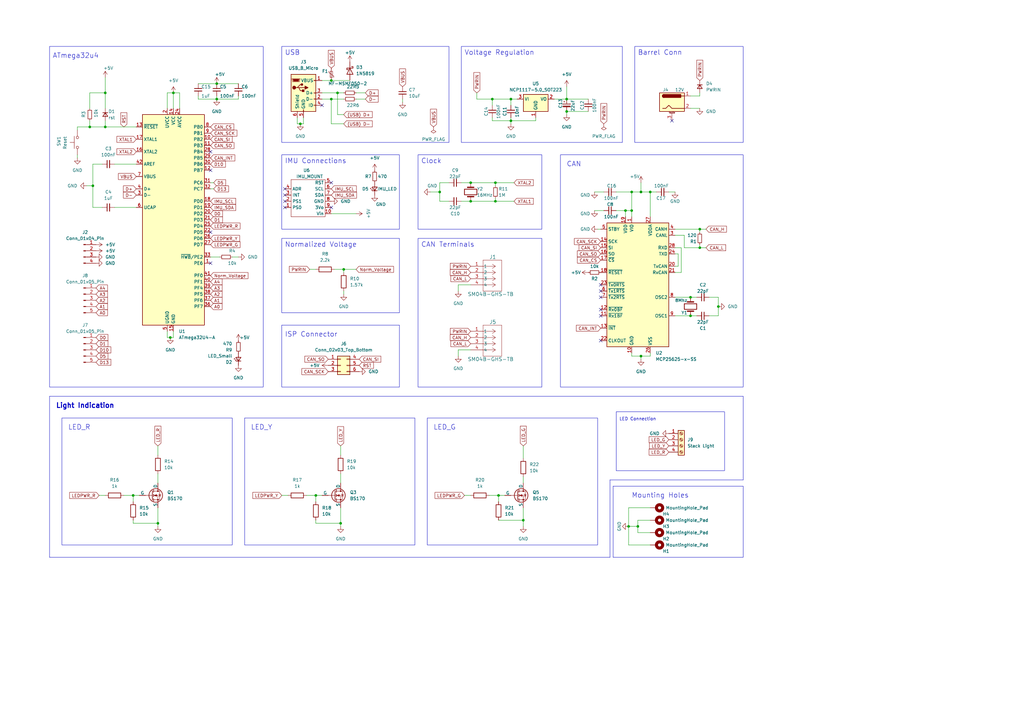
<source format=kicad_sch>
(kicad_sch (version 20231120) (generator "eeschema") (generator_version "8.0")
  (paper "A3")
  (junction (at 209.55 49.53))
  (junction (at 140.97 110.49))
  (junction (at 261.62 215.9))
  (junction (at 201.93 40.64))
  (junction (at 287.02 101.6))
  (junction (at 294.64 125.73))
  (junction (at 256.54 86.36))
  (junction (at 64.77 214.63))
  (junction (at 129.54 203.2))
  (junction (at 138.43 38.1))
  (junction (at 193.04 82.55))
  (junction (at 232.41 45.72))
  (junction (at 209.55 40.64))
  (junction (at 193.04 74.93))
  (junction (at 54.61 203.2))
  (junction (at 43.18 38.1))
  (junction (at 257.81 215.9))
  (junction (at 232.41 40.64))
  (junction (at 203.2 82.55))
  (junction (at 36.83 52.07))
  (junction (at 38.1 76.2))
  (junction (at 204.47 203.2))
  (junction (at 88.9 40.64))
  (junction (at 88.9 34.29))
  (junction (at 69.85 138.43))
  (junction (at 139.7 214.63))
  (junction (at 283.21 121.92))
  (junction (at 203.2 74.93))
  (junction (at 135.89 33.02))
  (junction (at 283.21 129.54))
  (junction (at 287.02 93.98))
  (junction (at 135.89 40.64))
  (junction (at 71.12 38.1))
  (junction (at 259.08 78.74))
  (junction (at 259.08 86.36))
  (junction (at 180.34 78.74))
  (junction (at 43.18 52.07))
  (junction (at 214.63 213.36))
  (junction (at 123.19 50.8))
  (junction (at 262.89 146.05))
  (junction (at 266.7 78.74))
  (junction (at 262.89 78.74))
  (no_connect (at 135.89 85.09))
  (no_connect (at 116.84 82.55))
  (no_connect (at 246.38 116.84))
  (no_connect (at 132.08 43.18))
  (no_connect (at 116.84 77.47))
  (no_connect (at 116.84 85.09))
  (no_connect (at 86.36 95.25))
  (no_connect (at 246.38 129.54))
  (no_connect (at 246.38 127))
  (no_connect (at 275.59 49.53))
  (no_connect (at 86.36 107.95))
  (no_connect (at 246.38 139.7))
  (no_connect (at 86.36 69.85))
  (no_connect (at 86.36 62.23))
  (no_connect (at 135.89 74.93))
  (no_connect (at 246.38 121.92))
  (no_connect (at 246.38 119.38))
  (no_connect (at 116.84 80.01))
  (wire (pts (xy 259.08 78.74) (xy 262.89 78.74)))
  (wire (pts (xy 137.16 110.49) (xy 140.97 110.49)))
  (wire (pts (xy 125.73 203.2) (xy 129.54 203.2)))
  (wire (pts (xy 209.55 49.53) (xy 209.55 50.8)))
  (wire (pts (xy 262.89 146.05) (xy 266.7 146.05)))
  (wire (pts (xy 227.33 40.64) (xy 232.41 40.64)))
  (wire (pts (xy 276.86 101.6) (xy 279.4 101.6)))
  (wire (pts (xy 195.58 38.1) (xy 195.58 40.64)))
  (wire (pts (xy 35.56 76.2) (xy 38.1 76.2)))
  (wire (pts (xy 262.89 147.32) (xy 262.89 146.05)))
  (wire (pts (xy 87.63 77.47) (xy 86.36 77.47)))
  (wire (pts (xy 289.56 93.98) (xy 287.02 93.98)))
  (wire (pts (xy 201.93 40.64) (xy 201.93 43.18)))
  (wire (pts (xy 132.08 33.02) (xy 135.89 33.02)))
  (wire (pts (xy 287.02 101.6) (xy 280.67 101.6)))
  (wire (pts (xy 43.18 31.75) (xy 43.18 38.1)))
  (polyline (pts (xy 250.19 196.85) (xy 250.19 228.6)))
  (wire (pts (xy 209.55 40.64) (xy 209.55 43.18)))
  (wire (pts (xy 71.12 138.43) (xy 69.85 138.43)))
  (wire (pts (xy 279.4 101.6) (xy 279.4 111.76)))
  (wire (pts (xy 132.08 40.64) (xy 135.89 40.64)))
  (wire (pts (xy 176.53 78.74) (xy 180.34 78.74)))
  (wire (pts (xy 73.66 44.45) (xy 73.66 38.1)))
  (wire (pts (xy 31.75 53.34) (xy 31.75 52.07)))
  (wire (pts (xy 50.8 203.2) (xy 54.61 203.2)))
  (wire (pts (xy 139.7 208.28) (xy 139.7 214.63)))
  (wire (pts (xy 261.62 215.9) (xy 257.81 215.9)))
  (wire (pts (xy 294.64 121.92) (xy 290.83 121.92)))
  (wire (pts (xy 187.96 143.51) (xy 193.04 143.51)))
  (wire (pts (xy 180.34 74.93) (xy 184.15 74.93)))
  (polyline (pts (xy 304.8 162.56) (xy 304.8 196.85)))
  (wire (pts (xy 138.43 38.1) (xy 140.97 38.1)))
  (polyline (pts (xy 20.32 162.56) (xy 304.8 162.56)))
  (wire (pts (xy 115.57 203.2) (xy 118.11 203.2)))
  (wire (pts (xy 287.02 39.37) (xy 287.02 38.1)))
  (wire (pts (xy 187.96 119.38) (xy 187.96 116.84)))
  (wire (pts (xy 287.02 95.25) (xy 287.02 93.98)))
  (wire (pts (xy 81.28 40.64) (xy 88.9 40.64)))
  (wire (pts (xy 232.41 40.64) (xy 241.3 40.64)))
  (wire (pts (xy 283.21 39.37) (xy 287.02 39.37)))
  (wire (pts (xy 95.25 105.41) (xy 97.79 105.41)))
  (wire (pts (xy 68.58 138.43) (xy 69.85 138.43)))
  (wire (pts (xy 138.43 38.1) (xy 138.43 46.99)))
  (wire (pts (xy 54.61 203.2) (xy 54.61 205.74)))
  (wire (pts (xy 261.62 213.36) (xy 261.62 215.9)))
  (wire (pts (xy 279.4 111.76) (xy 276.86 111.76)))
  (wire (pts (xy 38.1 85.09) (xy 41.91 85.09)))
  (wire (pts (xy 68.58 44.45) (xy 68.58 38.1)))
  (wire (pts (xy 129.54 203.2) (xy 129.54 205.74)))
  (wire (pts (xy 180.34 78.74) (xy 180.34 82.55)))
  (wire (pts (xy 68.58 38.1) (xy 71.12 38.1)))
  (wire (pts (xy 203.2 81.28) (xy 203.2 82.55)))
  (wire (pts (xy 124.46 48.26) (xy 124.46 50.8)))
  (wire (pts (xy 64.77 214.63) (xy 64.77 215.9)))
  (wire (pts (xy 140.97 119.38) (xy 140.97 120.65)))
  (wire (pts (xy 135.89 87.63) (xy 146.05 87.63)))
  (wire (pts (xy 43.18 38.1) (xy 43.18 44.45)))
  (wire (pts (xy 262.89 74.93) (xy 262.89 78.74)))
  (wire (pts (xy 36.83 38.1) (xy 43.18 38.1)))
  (wire (pts (xy 266.7 88.9) (xy 266.7 78.74)))
  (wire (pts (xy 266.7 146.05) (xy 266.7 144.78)))
  (wire (pts (xy 232.41 45.72) (xy 241.3 45.72)))
  (wire (pts (xy 209.55 40.64) (xy 212.09 40.64)))
  (wire (pts (xy 214.63 195.58) (xy 214.63 198.12)))
  (wire (pts (xy 289.56 101.6) (xy 287.02 101.6)))
  (wire (pts (xy 64.77 208.28) (xy 64.77 214.63)))
  (wire (pts (xy 269.24 78.74) (xy 266.7 78.74)))
  (wire (pts (xy 68.58 135.89) (xy 68.58 138.43)))
  (wire (pts (xy 146.05 38.1) (xy 149.86 38.1)))
  (wire (pts (xy 256.54 86.36) (xy 259.08 86.36)))
  (wire (pts (xy 135.89 33.02) (xy 143.51 33.02)))
  (wire (pts (xy 189.23 74.93) (xy 193.04 74.93)))
  (wire (pts (xy 71.12 38.1) (xy 71.12 44.45)))
  (wire (pts (xy 139.7 194.31) (xy 139.7 198.12)))
  (wire (pts (xy 146.05 40.64) (xy 149.86 40.64)))
  (wire (pts (xy 195.58 40.64) (xy 201.93 40.64)))
  (wire (pts (xy 256.54 86.36) (xy 256.54 88.9)))
  (wire (pts (xy 132.08 38.1) (xy 138.43 38.1)))
  (wire (pts (xy 276.86 104.14) (xy 278.13 104.14)))
  (polyline (pts (xy 304.8 196.85) (xy 250.19 196.85)))
  (wire (pts (xy 259.08 146.05) (xy 262.89 146.05)))
  (wire (pts (xy 88.9 39.37) (xy 88.9 40.64)))
  (wire (pts (xy 165.1 41.91) (xy 165.1 40.64)))
  (wire (pts (xy 280.67 96.52) (xy 276.86 96.52)))
  (wire (pts (xy 71.12 135.89) (xy 71.12 138.43)))
  (wire (pts (xy 283.21 44.45) (xy 287.02 44.45)))
  (wire (pts (xy 87.63 74.93) (xy 86.36 74.93)))
  (wire (pts (xy 201.93 48.26) (xy 201.93 49.53)))
  (wire (pts (xy 219.71 49.53) (xy 209.55 49.53)))
  (wire (pts (xy 88.9 40.64) (xy 97.79 40.64)))
  (wire (pts (xy 135.89 40.64) (xy 135.89 50.8)))
  (wire (pts (xy 81.28 40.64) (xy 81.28 39.37)))
  (wire (pts (xy 266.7 223.52) (xy 257.81 223.52)))
  (wire (pts (xy 129.54 213.36) (xy 129.54 214.63)))
  (wire (pts (xy 189.23 82.55) (xy 193.04 82.55)))
  (wire (pts (xy 43.18 52.07) (xy 55.88 52.07)))
  (wire (pts (xy 252.73 86.36) (xy 256.54 86.36)))
  (wire (pts (xy 190.5 203.2) (xy 193.04 203.2)))
  (wire (pts (xy 140.97 110.49) (xy 146.05 110.49)))
  (wire (pts (xy 204.47 213.36) (xy 214.63 213.36)))
  (wire (pts (xy 287.02 93.98) (xy 276.86 93.98)))
  (wire (pts (xy 204.47 203.2) (xy 204.47 205.74)))
  (wire (pts (xy 129.54 214.63) (xy 139.7 214.63)))
  (wire (pts (xy 41.91 67.31) (xy 38.1 67.31)))
  (wire (pts (xy 232.41 45.72) (xy 232.41 46.99)))
  (wire (pts (xy 139.7 214.63) (xy 139.7 215.9)))
  (wire (pts (xy 201.93 49.53) (xy 209.55 49.53)))
  (wire (pts (xy 121.92 50.8) (xy 123.19 50.8)))
  (wire (pts (xy 193.04 82.55) (xy 203.2 82.55)))
  (wire (pts (xy 276.86 78.74) (xy 274.32 78.74)))
  (wire (pts (xy 232.41 35.56) (xy 232.41 40.64)))
  (wire (pts (xy 86.36 105.41) (xy 90.17 105.41)))
  (wire (pts (xy 278.13 109.22) (xy 276.86 109.22)))
  (wire (pts (xy 46.99 85.09) (xy 55.88 85.09)))
  (wire (pts (xy 266.7 218.44) (xy 261.62 218.44)))
  (wire (pts (xy 201.93 40.64) (xy 209.55 40.64)))
  (wire (pts (xy 287.02 100.33) (xy 287.02 101.6)))
  (wire (pts (xy 123.19 50.8) (xy 124.46 50.8)))
  (wire (pts (xy 38.1 67.31) (xy 38.1 76.2)))
  (polyline (pts (xy 20.32 228.6) (xy 20.32 162.56)))
  (wire (pts (xy 54.61 214.63) (xy 64.77 214.63)))
  (wire (pts (xy 73.66 38.1) (xy 71.12 38.1)))
  (wire (pts (xy 36.83 49.53) (xy 36.83 52.07)))
  (wire (pts (xy 138.43 46.99) (xy 140.97 46.99)))
  (wire (pts (xy 38.1 76.2) (xy 38.1 85.09)))
  (wire (pts (xy 294.64 129.54) (xy 290.83 129.54)))
  (wire (pts (xy 55.88 67.31) (xy 46.99 67.31)))
  (wire (pts (xy 193.04 74.93) (xy 203.2 74.93)))
  (wire (pts (xy 36.83 44.45) (xy 36.83 38.1)))
  (wire (pts (xy 204.47 203.2) (xy 207.01 203.2)))
  (wire (pts (xy 121.92 48.26) (xy 121.92 50.8)))
  (wire (pts (xy 54.61 213.36) (xy 54.61 214.63)))
  (wire (pts (xy 245.11 93.98) (xy 246.38 93.98)))
  (wire (pts (xy 219.71 48.26) (xy 219.71 49.53)))
  (wire (pts (xy 187.96 146.05) (xy 187.96 143.51)))
  (wire (pts (xy 257.81 208.28) (xy 266.7 208.28)))
  (wire (pts (xy 266.7 213.36) (xy 261.62 213.36)))
  (wire (pts (xy 36.83 52.07) (xy 43.18 52.07)))
  (wire (pts (xy 243.84 86.36) (xy 247.65 86.36)))
  (wire (pts (xy 294.64 121.92) (xy 294.64 125.73)))
  (wire (pts (xy 276.86 121.92) (xy 283.21 121.92)))
  (wire (pts (xy 214.63 213.36) (xy 214.63 215.9)))
  (wire (pts (xy 261.62 218.44) (xy 261.62 215.9)))
  (wire (pts (xy 214.63 182.88) (xy 214.63 187.96)))
  (wire (pts (xy 81.28 34.29) (xy 88.9 34.29)))
  (wire (pts (xy 266.7 78.74) (xy 262.89 78.74)))
  (wire (pts (xy 135.89 40.64) (xy 140.97 40.64)))
  (wire (pts (xy 203.2 82.55) (xy 210.82 82.55)))
  (wire (pts (xy 135.89 50.8) (xy 140.97 50.8)))
  (wire (pts (xy 283.21 121.92) (xy 285.75 121.92)))
  (wire (pts (xy 31.75 52.07) (xy 36.83 52.07)))
  (polyline (pts (xy 250.19 228.6) (xy 20.32 228.6)))
  (wire (pts (xy 203.2 74.93) (xy 203.2 76.2)))
  (wire (pts (xy 278.13 104.14) (xy 278.13 109.22)))
  (wire (pts (xy 64.77 182.88) (xy 64.77 186.69)))
  (wire (pts (xy 88.9 34.29) (xy 97.79 34.29)))
  (wire (pts (xy 64.77 194.31) (xy 64.77 198.12)))
  (wire (pts (xy 40.64 203.2) (xy 43.18 203.2)))
  (wire (pts (xy 54.61 203.2) (xy 57.15 203.2)))
  (wire (pts (xy 259.08 86.36) (xy 259.08 88.9)))
  (wire (pts (xy 139.7 182.88) (xy 139.7 186.69)))
  (wire (pts (xy 252.73 78.74) (xy 259.08 78.74)))
  (wire (pts (xy 283.21 129.54) (xy 285.75 129.54)))
  (wire (pts (xy 129.54 203.2) (xy 132.08 203.2)))
  (wire (pts (xy 259.08 78.74) (xy 259.08 86.36)))
  (wire (pts (xy 276.86 129.54) (xy 283.21 129.54)))
  (wire (pts (xy 203.2 74.93) (xy 210.82 74.93)))
  (wire (pts (xy 180.34 82.55) (xy 184.15 82.55)))
  (wire (pts (xy 97.79 40.64) (xy 97.79 39.37)))
  (wire (pts (xy 140.97 111.76) (xy 140.97 110.49)))
  (wire (pts (xy 127 110.49) (xy 129.54 110.49)))
  (wire (pts (xy 43.18 49.53) (xy 43.18 52.07)))
  (wire (pts (xy 257.81 215.9) (xy 257.81 208.28)))
  (wire (pts (xy 243.84 78.74) (xy 247.65 78.74)))
  (wire (pts (xy 200.66 203.2) (xy 204.47 203.2)))
  (wire (pts (xy 259.08 144.78) (xy 259.08 146.05)))
  (wire (pts (xy 31.75 63.5) (xy 31.75 64.77)))
  (wire (pts (xy 214.63 208.28) (xy 214.63 213.36)))
  (wire (pts (xy 257.81 223.52) (xy 257.81 215.9)))
  (wire (pts (xy 280.67 101.6) (xy 280.67 96.52)))
  (wire (pts (xy 180.34 78.74) (xy 180.34 74.93)))
  (wire (pts (xy 294.64 129.54) (xy 294.64 125.73)))
  (wire (pts (xy 209.55 48.26) (xy 209.55 49.53)))
  (wire (pts (xy 187.96 116.84) (xy 193.04 116.84)))
  (rectangle (start 171.45 97.79) (end 222.25 158.75))
  (rectangle (start 260.35 19.05) (end 304.8 58.42))
  (rectangle (start 171.45 63.5) (end 222.25 93.98))
  (rectangle (start 115.57 133.35) (end 163.83 158.75))
  (rectangle (start 20.32 19.05) (end 107.95 158.75))
  (rectangle (start 100.33 171.45) (end 170.18 223.52))
  (rectangle (start 175.26 171.45) (end 245.11 223.52))
  (rectangle (start 251.46 199.39) (end 304.8 228.6))
  (rectangle (start 229.87 63.5) (end 304.8 158.75))
  (rectangle (start 115.57 19.05) (end 184.15 58.42))
  (rectangle (start 115.57 97.79) (end 163.83 128.27))
  (rectangle (start 25.4 171.45) (end 95.25 223.52))
  (rectangle (start 115.57 63.5) (end 163.83 93.98))
  (rectangle (start 252.73 168.91) (end 297.18 193.04))
  (rectangle (start 189.23 19.05) (end 255.27 58.42))
  (text "Mounting Holes" (at 259.08 204.47 0) (effects (font (size 2 2)) (justify left bottom)))
  (text "Voltage Regulation" (at 190.5 22.86 0) (effects (font (size 2 2)) (justify left bottom)))
  (text "CAN" (at 232.41 68.58 0) (effects (font (size 2 2)) (justify left bottom)))
  (text "CAN Terminals" (at 172.72 101.6 0) (effects (font (size 2 2)) (justify left bottom)))
  (text "USB\n" (at 116.84 22.86 0) (effects (font (size 2 2)) (justify left bottom)))
  (text "Light Indication" (at 22.86 167.64 0) (effects (font (size 2 2) (thickness 0.4) (bold yes)) (justify left bottom)))
  (text "Barrel Conn\n" (at 261.62 22.86 0) (effects (font (size 2 2)) (justify left bottom)))
  (text "LED_R" (at 27.94 176.53 0) (effects (font (size 2 2)) (justify left bottom)))
  (text "Normalized Voltage" (at 116.84 101.6 0) (effects (font (size 2 2)) (justify left bottom)))
  (text "ISP Connector\n" (at 116.84 138.43 0) (effects (font (size 2 2)) (justify left bottom)))
  (text "IMU Connections\n" (at 116.84 67.31 0) (effects (font (size 2 2)) (justify left bottom)))
  (text "Clock\n" (at 172.72 67.31 0) (effects (font (size 2 2)) (justify left bottom)))
  (text "LED Connection" (at 254 172.72 0) (effects (font (size 1.27 1.27)) (justify left bottom)))
  (text "LED_G" (at 177.8 176.53 0) (effects (font (size 2 2)) (justify left bottom)))
  (text "LED_Y" (at 102.87 176.53 0) (effects (font (size 2 2)) (justify left bottom)))
  (text "ATmega32u4\n" (at 21.59 24.13 0) (effects (font (size 2 2)) (justify left bottom)))
  (global_label "D+" (shape input) (at 55.88 77.47 180) (property "Intersheetrefs" "${INTERSHEET_REFS}" (at 50.0524 77.47 0) (effects (justify right))))
  (global_label "A1" (shape input) (at 86.36 123.19 0) (property "Intersheetrefs" "${INTERSHEET_REFS}" (at 91.6433 123.19 0) (effects (justify left))))
  (global_label "PWRIN" (shape input) (at 193.04 109.22 180) (property "Intersheetrefs" "${INTERSHEET_REFS}" (at 184.1281 109.22 0) (effects (justify right))))
  (global_label "CAN_SO" (shape input) (at 246.38 104.14 180) (property "Intersheetrefs" "${INTERSHEET_REFS}" (at 236.1981 104.14 0) (effects (justify right))))
  (global_label "LED_Y" (shape input) (at 139.7 182.88 90) (property "Intersheetrefs" "${INTERSHEET_REFS}" (at 139.7 174.3915 90) (effects (justify left))))
  (global_label "LED_G" (shape input) (at 274.32 180.34 180) (property "Intersheetrefs" "${INTERSHEET_REFS}" (at 265.6501 180.34 0) (effects (justify right))))
  (global_label "CAN_SI" (shape input) (at 86.36 57.15 0) (property "Intersheetrefs" "${INTERSHEET_REFS}" (at 95.8162 57.15 0) (effects (justify left))))
  (global_label "CAN_CS" (shape input) (at 86.36 52.07 0) (property "Intersheetrefs" "${INTERSHEET_REFS}" (at 96.4814 52.07 0) (effects (justify left))))
  (global_label "A2" (shape input) (at 86.36 120.65 0) (property "Intersheetrefs" "${INTERSHEET_REFS}" (at 91.6433 120.65 0) (effects (justify left))))
  (global_label "LED_G" (shape input) (at 214.63 182.88 90) (property "Intersheetrefs" "${INTERSHEET_REFS}" (at 214.63 174.2101 90) (effects (justify left))))
  (global_label "IMU_SCL" (shape input) (at 135.89 77.47 0) (property "Intersheetrefs" "${INTERSHEET_REFS}" (at 146.7371 77.47 0) (effects (justify left))))
  (global_label "CAN_SO" (shape input) (at 86.36 59.69 0) (property "Intersheetrefs" "${INTERSHEET_REFS}" (at 96.5419 59.69 0) (effects (justify left))))
  (global_label "D10" (shape input) (at 39.37 143.51 0) (property "Intersheetrefs" "${INTERSHEET_REFS}" (at 46.0442 143.51 0) (effects (justify left))))
  (global_label "(USB) D+" (shape input) (at 140.97 46.99 0) (property "Intersheetrefs" "${INTERSHEET_REFS}" (at 153.2686 46.99 0) (effects (justify left))))
  (global_label "A1" (shape input) (at 39.37 125.73 0) (property "Intersheetrefs" "${INTERSHEET_REFS}" (at 44.6533 125.73 0) (effects (justify left))))
  (global_label "IMU_SDA" (shape input) (at 86.36 85.09 0) (property "Intersheetrefs" "${INTERSHEET_REFS}" (at 97.2676 85.09 0) (effects (justify left))))
  (global_label "CAN_INT" (shape input) (at 86.36 64.77 0) (property "Intersheetrefs" "${INTERSHEET_REFS}" (at 96.9048 64.77 0) (effects (justify left))))
  (global_label "A0" (shape input) (at 86.36 125.73 0) (property "Intersheetrefs" "${INTERSHEET_REFS}" (at 91.6433 125.73 0) (effects (justify left))))
  (global_label "LEDPWR_G" (shape input) (at 86.36 100.33 0) (property "Intersheetrefs" "${INTERSHEET_REFS}" (at 99.0213 100.33 0) (effects (justify left))))
  (global_label "LED_R" (shape input) (at 64.77 182.88 90) (property "Intersheetrefs" "${INTERSHEET_REFS}" (at 64.77 174.2101 90) (effects (justify left))))
  (global_label "LEDPWR_Y" (shape input) (at 115.57 203.2 180) (property "Intersheetrefs" "${INTERSHEET_REFS}" (at 103.0901 203.2 0) (effects (justify right))))
  (global_label "D0" (shape input) (at 86.36 87.63 0) (property "Intersheetrefs" "${INTERSHEET_REFS}" (at 91.8247 87.63 0) (effects (justify left))))
  (global_label "VBUS" (shape input) (at 165.1 35.56 90) (property "Intersheetrefs" "${INTERSHEET_REFS}" (at 165.1 27.6762 90) (effects (justify left))))
  (global_label "D13" (shape input) (at 39.37 148.59 0) (property "Intersheetrefs" "${INTERSHEET_REFS}" (at 46.0442 148.59 0) (effects (justify left))))
  (global_label "D1" (shape input) (at 39.37 140.97 0) (property "Intersheetrefs" "${INTERSHEET_REFS}" (at 44.8347 140.97 0) (effects (justify left))))
  (global_label "CAN_SCK" (shape input) (at 246.38 99.06 180) (property "Intersheetrefs" "${INTERSHEET_REFS}" (at 234.9886 99.06 0) (effects (justify right))))
  (global_label "D10" (shape input) (at 86.36 67.31 0) (property "Intersheetrefs" "${INTERSHEET_REFS}" (at 93.0342 67.31 0) (effects (justify left))))
  (global_label "D5" (shape input) (at 87.63 74.93 0) (property "Intersheetrefs" "${INTERSHEET_REFS}" (at 93.0947 74.93 0) (effects (justify left))))
  (global_label "IMU_SCL" (shape input) (at 86.36 82.55 0) (property "Intersheetrefs" "${INTERSHEET_REFS}" (at 97.2071 82.55 0) (effects (justify left))))
  (global_label "D13" (shape input) (at 87.63 77.47 0) (property "Intersheetrefs" "${INTERSHEET_REFS}" (at 94.3042 77.47 0) (effects (justify left))))
  (global_label "A3" (shape input) (at 86.36 118.11 0) (property "Intersheetrefs" "${INTERSHEET_REFS}" (at 91.6433 118.11 0) (effects (justify left))))
  (global_label "D-" (shape input) (at 55.88 80.01 180) (property "Intersheetrefs" "${INTERSHEET_REFS}" (at 50.0524 80.01 0) (effects (justify right))))
  (global_label "CAN_SCK" (shape input) (at 134.62 152.4 180) (property "Intersheetrefs" "${INTERSHEET_REFS}" (at 123.2286 152.4 0) (effects (justify right))))
  (global_label "Norm_Voltage" (shape input) (at 146.05 110.49 0) (property "Intersheetrefs" "${INTERSHEET_REFS}" (at 161.9769 110.49 0) (effects (justify left))))
  (global_label "XTAL2" (shape input) (at 210.82 74.93 0) (property "Intersheetrefs" "${INTERSHEET_REFS}" (at 219.3085 74.93 0) (effects (justify left))))
  (global_label "VBUS" (shape input) (at 177.8 52.07 90) (property "Intersheetrefs" "${INTERSHEET_REFS}" (at 177.8 44.1862 90) (effects (justify left))))
  (global_label "PWRIN" (shape input) (at 193.04 135.89 180) (property "Intersheetrefs" "${INTERSHEET_REFS}" (at 184.1281 135.89 0) (effects (justify right))))
  (global_label "XTAL1" (shape input) (at 55.88 57.15 180) (property "Intersheetrefs" "${INTERSHEET_REFS}" (at 47.3915 57.15 0) (effects (justify right))))
  (global_label "RST" (shape input) (at 50.8 52.07 90) (property "Intersheetrefs" "${INTERSHEET_REFS}" (at 50.8 45.6377 90) (effects (justify left))))
  (global_label "PWRIN" (shape input) (at 287.02 33.02 90) (property "Intersheetrefs" "${INTERSHEET_REFS}" (at 287.02 24.1081 90) (effects (justify left))))
  (global_label "CAN_INT" (shape input) (at 246.38 134.62 180) (property "Intersheetrefs" "${INTERSHEET_REFS}" (at 235.8352 134.62 0) (effects (justify right))))
  (global_label "A0" (shape input) (at 39.37 128.27 0) (property "Intersheetrefs" "${INTERSHEET_REFS}" (at 44.6533 128.27 0) (effects (justify left))))
  (global_label "A3" (shape input) (at 39.37 120.65 0) (property "Intersheetrefs" "${INTERSHEET_REFS}" (at 44.6533 120.65 0) (effects (justify left))))
  (global_label "LEDPWR_Y" (shape input) (at 86.36 97.79 0) (property "Intersheetrefs" "${INTERSHEET_REFS}" (at 98.8399 97.79 0) (effects (justify left))))
  (global_label "LEDPWR_R" (shape input) (at 86.36 92.71 0) (property "Intersheetrefs" "${INTERSHEET_REFS}" (at 99.0213 92.71 0) (effects (justify left))))
  (global_label "CAN_SO" (shape input) (at 134.62 147.32 180) (property "Intersheetrefs" "${INTERSHEET_REFS}" (at 124.4381 147.32 0) (effects (justify right))))
  (global_label "LED_Y" (shape input) (at 274.32 182.88 180) (property "Intersheetrefs" "${INTERSHEET_REFS}" (at 265.8315 182.88 0) (effects (justify right))))
  (global_label "CAN_H" (shape input) (at 193.04 111.76 180) (property "Intersheetrefs" "${INTERSHEET_REFS}" (at 184.0676 111.76 0) (effects (justify right))))
  (global_label "D+" (shape input) (at 149.86 38.1 0) (property "Intersheetrefs" "${INTERSHEET_REFS}" (at 155.6876 38.1 0) (effects (justify left))))
  (global_label "CAN_L" (shape input) (at 289.56 101.6 0) (property "Intersheetrefs" "${INTERSHEET_REFS}" (at 298.23 101.6 0) (effects (justify left))))
  (global_label "CAN_SI" (shape input) (at 246.38 101.6 180) (property "Intersheetrefs" "${INTERSHEET_REFS}" (at 236.9238 101.6 0) (effects (justify right))))
  (global_label "A4" (shape input) (at 86.36 115.57 0) (property "Intersheetrefs" "${INTERSHEET_REFS}" (at 91.6433 115.57 0) (effects (justify left))))
  (global_label "PWRIN" (shape input) (at 195.58 38.1 90) (property "Intersheetrefs" "${INTERSHEET_REFS}" (at 195.58 29.1881 90) (effects (justify left))))
  (global_label "LED_R" (shape input) (at 274.32 185.42 180) (property "Intersheetrefs" "${INTERSHEET_REFS}" (at 265.6501 185.42 0) (effects (justify right))))
  (global_label "A4" (shape input) (at 39.37 118.11 0) (property "Intersheetrefs" "${INTERSHEET_REFS}" (at 44.6533 118.11 0) (effects (justify left))))
  (global_label "XTAL2" (shape input) (at 55.88 62.23 180) (property "Intersheetrefs" "${INTERSHEET_REFS}" (at 47.3915 62.23 0) (effects (justify right))))
  (global_label "Norm_Voltage" (shape input) (at 86.36 113.03 0) (property "Intersheetrefs" "${INTERSHEET_REFS}" (at 102.2869 113.03 0) (effects (justify left))))
  (global_label "A2" (shape input) (at 39.37 123.19 0) (property "Intersheetrefs" "${INTERSHEET_REFS}" (at 44.6533 123.19 0) (effects (justify left))))
  (global_label "CAN_L" (shape input) (at 193.04 114.3 180) (property "Intersheetrefs" "${INTERSHEET_REFS}" (at 184.37 114.3 0) (effects (justify right))))
  (global_label "D5" (shape input) (at 39.37 146.05 0) (property "Intersheetrefs" "${INTERSHEET_REFS}" (at 44.8347 146.05 0) (effects (justify left))))
  (global_label "XTAL1" (shape input) (at 210.82 82.55 0) (property "Intersheetrefs" "${INTERSHEET_REFS}" (at 219.3085 82.55 0) (effects (justify left))))
  (global_label "PWRIN" (shape input) (at 127 110.49 180) (property "Intersheetrefs" "${INTERSHEET_REFS}" (at 118.0881 110.49 0) (effects (justify right))))
  (global_label "IMU_SDA" (shape input) (at 135.89 80.01 0) (property "Intersheetrefs" "${INTERSHEET_REFS}" (at 146.7976 80.01 0) (effects (justify left))))
  (global_label "LEDPWR_G" (shape input) (at 190.5 203.2 180) (property "Intersheetrefs" "${INTERSHEET_REFS}" (at 177.8387 203.2 0) (effects (justify right))))
  (global_label "RST" (shape input) (at 147.32 149.86 0) (property "Intersheetrefs" "${INTERSHEET_REFS}" (at 153.7523 149.86 0) (effects (justify left))))
  (global_label "CAN_SI" (shape input) (at 147.32 147.32 0) (property "Intersheetrefs" "${INTERSHEET_REFS}" (at 156.7762 147.32 0) (effects (justify left))))
  (global_label "CAN_SCK" (shape input) (at 86.36 54.61 0) (property "Intersheetrefs" "${INTERSHEET_REFS}" (at 97.7514 54.61 0) (effects (justify left))))
  (global_label "(USB) D-" (shape input) (at 140.97 50.8 0) (property "Intersheetrefs" "${INTERSHEET_REFS}" (at 153.2686 50.8 0) (effects (justify left))))
  (global_label "VBUS" (shape input) (at 55.88 72.39 180) (property "Intersheetrefs" "${INTERSHEET_REFS}" (at 47.9962 72.39 0) (effects (justify right))))
  (global_label "CAN_L" (shape input) (at 193.04 140.97 180) (property "Intersheetrefs" "${INTERSHEET_REFS}" (at 184.37 140.97 0) (effects (justify right))))
  (global_label "VBUS" (shape input) (at 135.89 27.94 90) (property "Intersheetrefs" "${INTERSHEET_REFS}" (at 135.89 20.0562 90) (effects (justify left))))
  (global_label "CAN_H" (shape input) (at 289.56 93.98 0) (property "Intersheetrefs" "${INTERSHEET_REFS}" (at 298.5324 93.98 0) (effects (justify left))))
  (global_label "LEDPWR_R" (shape input) (at 40.64 203.2 180) (property "Intersheetrefs" "${INTERSHEET_REFS}" (at 27.9787 203.2 0) (effects (justify right))))
  (global_label "CAN_CS" (shape input) (at 246.38 106.68 180) (property "Intersheetrefs" "${INTERSHEET_REFS}" (at 236.2586 106.68 0) (effects (justify right))))
  (global_label "D-" (shape input) (at 149.86 40.64 0) (property "Intersheetrefs" "${INTERSHEET_REFS}" (at 155.6876 40.64 0) (effects (justify left))))
  (global_label "D1" (shape input) (at 86.36 90.17 0) (property "Intersheetrefs" "${INTERSHEET_REFS}" (at 91.8247 90.17 0) (effects (justify left))))
  (global_label "D0" (shape input) (at 39.37 138.43 0) (property "Intersheetrefs" "${INTERSHEET_REFS}" (at 44.8347 138.43 0) (effects (justify left))))
  (global_label "CAN_H" (shape input) (at 193.04 138.43 180) (property "Intersheetrefs" "${INTERSHEET_REFS}" (at 184.0676 138.43 0) (effects (justify right))))
  (global_label "PWRIN" (shape input) (at 247.65 50.8 90) (property "Intersheetrefs" "${INTERSHEET_REFS}" (at 247.65 41.8881 90) (effects (justify left))))
  (symbol (lib_id "power:GND") (at 35.56 76.2 270) (unit 1)
    (property "Reference" "#PWR010" (effects (hide yes)))
    (property "Value" "GND" (at 31.75 76.2 90) (effects (justify right)))
  )
  (symbol (lib_id "Connector:Conn_01x05_Pin") (at 34.29 123.19 0) (unit 1)
    (property "Reference" "J8" (at 34.925 113.03 0))
    (property "Value" "Conn_01x05_Pin" (at 34.925 115.57 0))
    (property "Footprint" "Connector_PinHeader_2.54mm:PinHeader_1x05_P2.54mm_Vertical" (effects (hide yes)))
  )
  (symbol (lib_id "Device:C_Small") (at 81.28 36.83 0) (unit 1)
    (property "Reference" "C15" (at 82.55 35.56 0) (effects (justify left)))
    (property "Value" "1uF" (at 82.55 39.37 0) (effects (justify left)))
    (property "Footprint" "Capacitor_SMD:C_0805_2012Metric_Pad1.18x1.45mm_HandSolder" (effects (hide yes)))
  )
  (symbol (lib_id "Mechanical:MountingHole_Pad") (at 269.24 208.28 270) (unit 1)
    (property "Reference" "H4" (at 271.78 210.82 90) (effects (justify left)))
    (property "Value" "MountingHole_Pad" (at 273.05 208.28 90) (effects (justify left)))
    (property "Footprint" "MountingHole:MountingHole_3.2mm_M3_DIN965_Pad" (effects (hide yes)))
  )
  (symbol (lib_id "power:+5V") (at 43.18 31.75 0) (unit 1)
    (property "Reference" "#PWR012" (effects (hide yes)))
    (property "Value" "+5V" (at 44.45 27.94 0))
  )
  (symbol (lib_id "Device:C_Small") (at 209.55 45.72 180) (unit 1)
    (property "Reference" "C11" (at 207.01 45.72 90))
    (property "Value" "10nF" (at 212.09 45.72 90))
    (property "Footprint" "Capacitor_SMD:C_0805_2012Metric_Pad1.18x1.45mm_HandSolder" (effects (hide yes)))
  )
  (symbol (lib_id "Device:R") (at 214.63 191.77 0) (unit 1)
    (property "Reference" "R22" (at 217.17 190.5 0) (effects (justify left)))
    (property "Value" "10k" (at 217.17 193.04 0) (effects (justify left)))
    (property "Footprint" "Resistor_SMD:R_0805_2012Metric_Pad1.20x1.40mm_HandSolder" (effects (hide yes)))
  )
  (symbol (lib_id "power:GND") (at 97.79 149.86 0) (unit 1)
    (property "Reference" "#PWR024" (effects (hide yes)))
    (property "Value" "GND" (at 97.79 154.94 0))
  )
  (symbol (lib_id "Simulation_SPICE:NMOS") (at 137.16 203.2 0) (unit 1)
    (property "Reference" "Q3" (at 143.51 201.93 0) (effects (justify left)))
    (property "Value" "BS170" (at 143.51 204.47 0) (effects (justify left)))
    (property "Footprint" "Package_TO_SOT_THT:TO-92_Inline" (effects (hide yes)))
    (property "Datasheet" "https://ngspice.sourceforge.io/docs/ngspice-manual.pdf" (effects (hide yes)))
    (property "Sim.Device" "NMOS" (effects (hide yes)))
    (property "Sim.Type" "VDMOS" (effects (hide yes)))
    (property "Sim.Pins" "1=D 2=G 3=S" (effects (hide yes)))
  )
  (symbol (lib_id "Device:C_Small") (at 97.79 36.83 0) (unit 1)
    (property "Reference" "C6" (at 99.06 35.56 0) (effects (justify left)))
    (property "Value" "100nF" (at 99.06 39.37 0) (effects (justify left)))
    (property "Footprint" "Capacitor_SMD:C_0805_2012Metric_Pad1.18x1.45mm_HandSolder" (effects (hide yes)))
  )
  (symbol (lib_id "Device:Polyfuse_Small") (at 135.89 30.48 0) (unit 1)
    (property "Reference" "F1" (at 132.08 29.21 0) (effects (justify left)))
    (property "Value" "MF-MSMF050-2" (at 134.62 34.29 0) (effects (justify left)))
    (property "Footprint" "Fuse:Fuse_1812_4532Metric_Pad1.30x3.40mm_HandSolder" (effects (hide yes)))
  )
  (symbol (lib_id "Regulator_Linear:NCP1117-5.0_SOT223") (at 219.71 40.64 0) (unit 1)
    (property "Reference" "U5" (at 219.71 34.29 0))
    (property "Value" "NCP1117-5.0_SOT223" (at 219.71 36.83 0))
    (property "Footprint" "Package_TO_SOT_SMD:SOT-223-3_TabPin2" (effects (hide yes)))
    (property "Datasheet" "http://www.onsemi.com/pub_link/Collateral/NCP1117-D.PDF" (effects (hide yes)))
  )
  (symbol (lib_id "Device:C_Small") (at 288.29 129.54 270) (unit 1)
    (property "Reference" "C1" (at 288.29 134.62 90))
    (property "Value" "22pF" (at 288.29 132.08 90))
    (property "Footprint" "Capacitor_SMD:C_0805_2012Metric_Pad1.18x1.45mm_HandSolder" (effects (hide yes)))
  )
  (symbol (lib_id "Device:D_Small") (at 287.02 35.56 270) (unit 1)
    (property "Reference" "D4" (at 289.56 34.29 90) (effects (justify left)))
    (property "Value" "PWRIN" (at 289.56 36.83 90) (effects (justify left)))
    (property "Footprint" "Diode_SMD:D_SOD-323" (effects (hide yes)))
    (property "Sim.Device" "D" (effects (hide yes)))
    (property "Sim.Pins" "1=K 2=A" (effects (hide yes)))
  )
  (symbol (lib_id "power:+5V") (at 39.37 102.87 270) (unit 1)
    (property "Reference" "#PWR040" (effects (hide yes)))
    (property "Value" "+5V" (at 43.18 102.87 90) (effects (justify left)))
  )
  (symbol (lib_id "power:GND") (at 39.37 107.95 90) (unit 1)
    (property "Reference" "#PWR042" (effects (hide yes)))
    (property "Value" "GND" (at 43.18 107.95 90) (effects (justify right)))
  )
  (symbol (lib_id "Device:C_Small") (at 44.45 85.09 90) (unit 1)
    (property "Reference" "C4" (at 44.4563 78.74 90))
    (property "Value" "1uF" (at 44.4563 81.28 90))
    (property "Footprint" "Capacitor_SMD:C_0805_2012Metric_Pad1.18x1.45mm_HandSolder" (effects (hide yes)))
  )
  (symbol (lib_id "power:+5V") (at 39.37 100.33 270) (unit 1)
    (property "Reference" "#PWR05" (effects (hide yes)))
    (property "Value" "+5V" (at 43.18 100.33 90) (effects (justify left)))
  )
  (symbol (lib_id "power:GND") (at 123.19 50.8 0) (unit 1)
    (property "Reference" "#PWR015" (effects (hide yes)))
    (property "Value" "GND" (at 123.19 55.88 0))
  )
  (symbol (lib_id "power:+5V") (at 262.89 74.93 0) (unit 1)
    (property "Reference" "#PWR06" (effects (hide yes)))
    (property "Value" "+5V" (at 260.35 72.39 0))
  )
  (symbol (lib_id "Connector:Barrel_Jack_MountingPin") (at 275.59 41.91 0) (unit 1)
    (property "Reference" "J4" (at 271.78 36.83 0) (effects (justify left)))
    (property "Value" "12V" (at 276.86 36.83 0) (effects (justify left)))
    (property "Footprint" "Connector_BarrelJack:BarrelJack_Horizontal" (effects (hide yes)))
  )
  (symbol (lib_id "power:GND") (at 97.79 105.41 90) (unit 1)
    (property "Reference" "#PWR014" (effects (hide yes)))
    (property "Value" "GND" (at 101.6 105.41 90) (effects (justify right)))
  )
  (symbol (lib_id "Connector:Conn_01x05_Pin") (at 34.29 143.51 0) (unit 1)
    (property "Reference" "J7" (at 34.925 133.35 0))
    (property "Value" "Conn_01x05_Pin" (at 34.925 135.89 0))
    (property "Footprint" "Connector_PinHeader_2.54mm:PinHeader_1x05_P2.54mm_Vertical" (effects (hide yes)))
  )
  (symbol (lib_id "power:GND") (at 187.96 119.38 0) (unit 1)
    (property "Reference" "#PWR043" (effects (hide yes)))
    (property "Value" "GND" (at 187.96 124.46 0))
  )
  (symbol (lib_id "Device:C_Small") (at 271.78 78.74 90) (unit 1)
    (property "Reference" "C17" (at 273.05 81.28 90) (effects (justify left)))
    (property "Value" "100nF" (at 274.32 76.2 90) (effects (justify left)))
    (property "Footprint" "Capacitor_SMD:C_0805_2012Metric_Pad1.18x1.45mm_HandSolder" (effects (hide yes)))
  )
  (symbol (lib_id "New_Library:SM04B-GHS-TB") (at 193.04 109.22 0) (unit 1)
    (property "Reference" "J1" (at 200.66 105.41 0) (effects (font (size 1.524 1.524)) (justify left)))
    (property "Value" "SM04B-GHS-TB" (at 191.77 120.65 0) (effects (font (size 1.524 1.524)) (justify left)))
    (property "Footprint" "CONN_SM04B-GHS-TB_JST" (effects (hide yes)))
    (property "Datasheet" "SM04B-GHS-TB" (effects (hide yes)))
  )
  (symbol (lib_id "Device:Crystal") (at 283.21 125.73 270) (unit 1)
    (property "Reference" "Y1" (at 281.94 128.27 90) (effects (justify right)))
    (property "Value" "8Mhz" (at 281.94 123.19 90) (effects (justify right)))
    (property "Footprint" "Crystal:Crystal_HC49-4H_Vertical" (effects (hide yes)))
  )
  (symbol (lib_id "power:PWR_FLAG") (at 177.8 52.07 180) (unit 1)
    (property "Reference" "#FLG02" (effects (hide yes)))
    (property "Value" "PWR_FLAG" (at 177.8 57.15 0))
  )
  (symbol (lib_id "Device:R_Small") (at 143.51 40.64 270) (unit 1)
    (property "Reference" "R6" (at 146.05 43.18 90))
    (property "Value" "22" (at 143.51 43.18 90))
    (property "Footprint" "Resistor_SMD:R_0805_2012Metric_Pad1.20x1.40mm_HandSolder" (effects (hide yes)))
  )
  (symbol (lib_id "Device:R") (at 133.35 110.49 90) (unit 1)
    (property "Reference" "R8" (at 133.35 104.14 90))
    (property "Value" "2.2k" (at 133.35 106.68 90))
    (property "Footprint" "Resistor_SMD:R_0805_2012Metric_Pad1.20x1.40mm_HandSolder" (effects (hide yes)))
  )
  (symbol (lib_id "Mechanical:MountingHole_Pad") (at 269.24 218.44 270) (unit 1)
    (property "Reference" "H2" (at 271.78 220.98 90) (effects (justify left)))
    (property "Value" "MountingHole_Pad" (at 273.05 218.44 90) (effects (justify left)))
    (property "Footprint" "MountingHole:MountingHole_3.2mm_M3_DIN965_Pad" (effects (hide yes)))
  )
  (symbol (lib_id "power:GND") (at 243.84 78.74 0) (unit 1)
    (property "Reference" "#PWR03" (effects (hide yes)))
    (property "Value" "GND" (at 240.03 80.01 0))
  )
  (symbol (lib_id "power:GND") (at 287.02 44.45 0) (unit 1)
    (property "Reference" "#PWR028" (effects (hide yes)))
    (property "Value" "GND" (at 289.56 45.72 0) (effects (justify left)))
  )
  (symbol (lib_id "Device:R_Small") (at 243.84 111.76 90) (unit 1)
    (property "Reference" "R2" (at 243.84 114.3 90))
    (property "Value" "10k" (at 243.84 109.22 90))
    (property "Footprint" "Resistor_SMD:R_0805_2012Metric_Pad1.20x1.40mm_HandSolder" (effects (hide yes)))
  )
  (symbol (lib_id "power:GND") (at 209.55 50.8 0) (unit 1)
    (property "Reference" "#PWR021" (effects (hide yes)))
    (property "Value" "GND" (at 209.55 55.88 0))
  )
  (symbol (lib_id "power:GND") (at 139.7 215.9 0) (unit 1)
    (property "Reference" "#PWR036" (effects (hide yes)))
    (property "Value" "GND" (at 139.7 220.98 0))
  )
  (symbol (lib_id "Device:C_Small") (at 186.69 82.55 270) (unit 1)
    (property "Reference" "C10" (at 186.69 87.63 90))
    (property "Value" "22pF" (at 186.69 85.09 90))
    (property "Footprint" "Capacitor_SMD:C_0805_2012Metric_Pad1.18x1.45mm_HandSolder" (effects (hide yes)))
  )
  (symbol (lib_id "Device:C_Small") (at 250.19 86.36 270) (unit 1)
    (property "Reference" "C8" (at 248.92 83.82 90) (effects (justify left)))
    (property "Value" "100nF" (at 247.65 88.9 90) (effects (justify left)))
    (property "Footprint" "Capacitor_SMD:C_0805_2012Metric_Pad1.18x1.45mm_HandSolder" (effects (hide yes)))
  )
  (symbol (lib_id "power:+5V") (at 71.12 38.1 0) (unit 1)
    (property "Reference" "#PWR08" (effects (hide yes)))
    (property "Value" "+5V" (at 71.12 33.02 0))
  )
  (symbol (lib_id "power:GND") (at 276.86 78.74 0) (unit 1)
    (property "Reference" "#PWR07" (effects (hide yes)))
    (property "Value" "GND" (at 276.86 82.55 0))
  )
  (symbol (lib_id "power:GND") (at 69.85 138.43 0) (unit 1)
    (property "Reference" "#PWR09" (effects (hide yes)))
    (property "Value" "GND" (at 69.85 143.51 0))
  )
  (symbol (lib_id "power:GND") (at 147.32 152.4 90) (unit 1)
    (property "Reference" "#PWR032" (effects (hide yes)))
    (property "Value" "GND" (at 151.13 152.4 90) (effects (justify right)))
  )
  (symbol (lib_id "Device:Crystal") (at 193.04 78.74 90) (unit 1)
    (property "Reference" "Y2" (at 195.58 77.47 90) (effects (justify right)))
    (property "Value" "16MHz" (at 195.58 80.01 90) (effects (justify right)))
    (property "Footprint" "Crystal:Crystal_HC49-4H_Vertical" (effects (hide yes)))
  )
  (symbol (lib_id "Device:R_Small") (at 92.71 105.41 90) (unit 1)
    (property "Reference" "R4" (at 95.25 102.87 90))
    (property "Value" "10k" (at 95.25 107.95 90))
    (property "Footprint" "Resistor_SMD:R_0805_2012Metric_Pad1.20x1.40mm_HandSolder" (effects (hide yes)))
  )
  (symbol (lib_id "power:GND") (at 64.77 215.9 0) (unit 1)
    (property "Reference" "#PWR035" (effects (hide yes)))
    (property "Value" "GND" (at 64.77 220.98 0))
  )
  (symbol (lib_id "Device:R_Small") (at 203.2 78.74 0) (unit 1)
    (property "Reference" "R11" (at 204.47 77.47 0) (effects (justify left)))
    (property "Value" "1M" (at 204.47 80.01 0) (effects (justify left)))
    (property "Footprint" "Resistor_SMD:R_0805_2012Metric_Pad1.20x1.40mm_HandSolder" (effects (hide yes)))
  )
  (symbol (lib_id "power:GND") (at 274.32 177.8 270) (unit 1)
    (property "Reference" "#PWR039" (effects (hide yes)))
    (property "Value" "GND" (at 270.51 177.8 90) (effects (justify right)))
  )
  (symbol (lib_id "Device:R") (at 139.7 190.5 0) (unit 1)
    (property "Reference" "R19" (at 142.24 189.23 0) (effects (justify left)))
    (property "Value" "10k" (at 142.24 191.77 0) (effects (justify left)))
    (property "Footprint" "Resistor_SMD:R_0805_2012Metric_Pad1.20x1.40mm_HandSolder" (effects (hide yes)))
  )
  (symbol (lib_id "Mechanical:MountingHole_Pad") (at 269.24 223.52 270) (unit 1)
    (property "Reference" "H1" (at 271.78 226.06 90) (effects (justify left)))
    (property "Value" "MountingHole_Pad" (at 273.05 223.52 90) (effects (justify left)))
    (property "Footprint" "MountingHole:MountingHole_3.2mm_M3_DIN965_Pad" (effects (hide yes)))
  )
  (symbol (lib_id "Device:R_Small") (at 143.51 38.1 90) (unit 1)
    (property "Reference" "R5" (at 146.05 35.56 90))
    (property "Value" "22" (at 143.51 35.56 90))
    (property "Footprint" "Resistor_SMD:R_0805_2012Metric_Pad1.20x1.40mm_HandSolder" (effects (hide yes)))
  )
  (symbol (lib_id "Mechanical:MountingHole_Pad") (at 269.24 213.36 270) (unit 1)
    (property "Reference" "H3" (at 271.78 215.9 90) (effects (justify left)))
    (property "Value" "MountingHole_Pad" (at 273.05 213.36 90) (effects (justify left)))
    (property "Footprint" "MountingHole:MountingHole_3.2mm_M3_DIN965_Pad" (effects (hide yes)))
  )
  (symbol (lib_id "Connector:Conn_01x04_Pin") (at 34.29 102.87 0) (unit 1)
    (property "Reference" "J2" (at 34.925 95.25 0))
    (property "Value" "Conn_01x04_Pin" (at 34.925 97.79 0))
    (property "Footprint" "Connector_PinHeader_2.54mm:PinHeader_1x04_P2.54mm_Vertical" (effects (hide yes)))
  )
  (symbol (lib_id "Device:R") (at 140.97 115.57 180) (unit 1)
    (property "Reference" "R10" (at 143.51 114.3 0) (effects (justify right)))
    (property "Value" "1.57k" (at 143.51 116.84 0) (effects (justify right)))
    (property "Footprint" "Resistor_SMD:R_0805_2012Metric_Pad1.20x1.40mm_HandSolder" (effects (hide yes)))
  )
  (symbol (lib_id "MCU_Microchip_ATmega:ATmega32U4-A") (at 71.12 90.17 0) (unit 1)
    (property "Reference" "U1" (at 73.3141 135.89 0) (effects (justify left)))
    (property "Value" "ATmega32U4-A" (at 73.3141 138.43 0) (effects (justify left)))
    (property "Footprint" "Package_QFP:TQFP-44_10x10mm_P0.8mm" (effects (hide yes)))
    (property "Datasheet" "http://ww1.microchip.com/downloads/en/DeviceDoc/Atmel-7766-8-bit-AVR-ATmega16U4-32U4_Datasheet.pdf" (effects (hide yes)))
  )
  (symbol (lib_id "Device:C_Small") (at 288.29 121.92 90) (unit 1)
    (property "Reference" "C2" (at 288.29 116.84 90))
    (property "Value" "22pF" (at 288.29 119.38 90))
    (property "Footprint" "Capacitor_SMD:C_0805_2012Metric_Pad1.18x1.45mm_HandSolder" (effects (hide yes)))
  )
  (symbol (lib_id "power:+5V") (at 241.3 111.76 90) (unit 1)
    (property "Reference" "#PWR04" (effects (hide yes)))
    (property "Value" "+5V" (at 236.22 111.76 90))
  )
  (symbol (lib_id "Device:R_Small") (at 36.83 46.99 180) (unit 1)
    (property "Reference" "R3" (at 34.29 48.26 90) (effects (justify right)))
    (property "Value" "10k" (at 39.37 48.26 90) (effects (justify right)))
    (property "Footprint" "Resistor_SMD:R_0805_2012Metric_Pad1.20x1.40mm_HandSolder" (effects (hide yes)))
  )
  (symbol (lib_id "Device:LED_Small") (at 153.67 77.47 90) (unit 1)
    (property "Reference" "D5" (at 149.86 77.47 90))
    (property "Value" "IMU_LED" (at 158.75 77.47 90))
    (property "Footprint" "LED_SMD:LED_0805_2012Metric_Pad1.15x1.40mm_HandSolder" (effects (hide yes)))
  )
  (symbol (lib_id "power:GND") (at 294.64 125.73 90) (unit 1)
    (property "Reference" "#PWR01" (effects (hide yes)))
    (property "Value" "GND" (at 298.45 125.73 90) (effects (justify right)))
  )
  (symbol (lib_id "Device:R_Small") (at 153.67 72.39 0) (unit 1)
    (property "Reference" "R7" (at 152.4 72.39 0) (effects (justify right)))
    (property "Value" "470" (at 158.75 72.39 0) (effects (justify right)))
    (property "Footprint" "Resistor_SMD:R_0805_2012Metric_Pad1.20x1.40mm_HandSolder" (effects (hide yes)))
  )
  (symbol (lib_id "Device:R") (at 54.61 209.55 0) (unit 1)
    (property "Reference" "R15" (at 57.15 208.28 0) (effects (justify left)))
    (property "Value" "10k" (at 57.15 210.82 0) (effects (justify left)))
    (property "Footprint" "Resistor_SMD:R_0805_2012Metric_Pad1.20x1.40mm_HandSolder" (effects (hide yes)))
  )
  (symbol (lib_id "power:GND") (at 262.89 147.32 0) (unit 1)
    (property "Reference" "#PWR02" (effects (hide yes)))
    (property "Value" "GND" (at 262.89 152.4 0))
  )
  (symbol (lib_id "Connector_Generic:Conn_02x03_Top_Bottom") (at 139.7 149.86 0) (unit 1)
    (property "Reference" "J6" (at 140.97 140.97 0))
    (property "Value" "Conn_02x03_Top_Bottom" (at 140.97 143.51 0))
    (property "Footprint" "Connector_PinHeader_2.54mm:PinHeader_2x03_P2.54mm_Vertical" (effects (hide yes)))
  )
  (symbol (lib_id "power:GND") (at 257.81 215.9 270) (unit 1)
    (property "Reference" "#PWR047" (effects (hide yes)))
    (property "Value" "GND" (at 254 215.9 0))
  )
  (symbol (lib_id "Device:R") (at 129.54 209.55 0) (unit 1)
    (property "Reference" "R18" (at 132.08 208.28 0) (effects (justify left)))
    (property "Value" "10k" (at 132.08 210.82 0) (effects (justify left)))
    (property "Footprint" "Resistor_SMD:R_0805_2012Metric_Pad1.20x1.40mm_HandSolder" (effects (hide yes)))
  )
  (symbol (lib_id "power:+5V") (at 134.62 149.86 90) (unit 1)
    (property "Reference" "#PWR031" (effects (hide yes)))
    (property "Value" "+5V" (at 127 149.86 90) (effects (justify right)))
  )
  (symbol (lib_id "CustomParts:IMU_MOUNT") (at 110.49 92.71 90) (unit 1)
    (property "Reference" "U6" (at 125.73 69.85 90))
    (property "Value" "IMU_MOUNT" (at 127 72.39 90))
    (property "Footprint" "Custom_Parts:IMU_MOUNT" (effects (hide yes)))
  )
  (symbol (lib_id "Device:C_Small") (at 88.9 36.83 0) (unit 1)
    (property "Reference" "C5" (at 90.17 35.56 0) (effects (justify left)))
    (property "Value" "100nF" (at 90.17 39.37 0) (effects (justify left)))
    (property "Footprint" "Capacitor_SMD:C_0805_2012Metric_Pad1.18x1.45mm_HandSolder" (effects (hide yes)))
  )
  (symbol (lib_id "Device:R") (at 204.47 209.55 0) (unit 1)
    (property "Reference" "R21" (at 207.01 208.28 0) (effects (justify left)))
    (property "Value" "10k" (at 207.01 210.82 0) (effects (justify left)))
    (property "Footprint" "Resistor_SMD:R_0805_2012Metric_Pad1.20x1.40mm_HandSolder" (effects (hide yes)))
  )
  (symbol (lib_id "Device:LED_Small") (at 97.79 147.32 90) (unit 1)
    (property "Reference" "D2" (at 95.25 148.5265 90) (effects (justify left)))
    (property "Value" "LED_Small" (at 95.25 145.9865 90) (effects (justify left)))
    (property "Footprint" "LED_SMD:LED_0805_2012Metric_Pad1.15x1.40mm_HandSolder" (effects (hide yes)))
  )
  (symbol (lib_id "Device:D_Schottky") (at 143.51 29.21 270) (unit 1)
    (property "Reference" "D3" (at 146.05 27.6225 90) (effects (justify left)))
    (property "Value" "1N5819" (at 146.05 30.1625 90) (effects (justify left)))
    (property "Footprint" "Diode_THT:D_DO-41_SOD81_P10.16mm_Horizontal" (effects (hide yes)))
  )
  (symbol (lib_id "power:+5V") (at 143.51 25.4 0) (unit 1)
    (property "Reference" "#PWR046" (effects (hide yes)))
    (property "Value" "+5V" (at 143.51 21.59 0))
  )
  (symbol (lib_id "Switch:SW_Push") (at 31.75 58.42 90) (unit 1)
    (property "Reference" "SW1" (at 24.13 55.88 0) (effects (justify right)))
    (property "Value" "Reset" (at 26.67 55.88 0) (effects (justify right)))
    (property "Footprint" "Button_Switch_SMD:SW_SPST_TL3342" (effects (hide yes)))
  )
  (symbol (lib_id "Device:R") (at 121.92 203.2 90) (unit 1)
    (property "Reference" "R17" (at 121.92 196.85 90))
    (property "Value" "1k" (at 121.92 199.39 90))
    (property "Footprint" "Resistor_SMD:R_0805_2012Metric_Pad1.20x1.40mm_HandSolder" (effects (hide yes)))
  )
  (symbol (lib_id "Device:R_Small") (at 97.79 142.24 0) (unit 1)
    (property "Reference" "R9" (at 95.25 143.51 0) (effects (justify right)))
    (property "Value" "470" (at 95.25 140.97 0) (effects (justify right)))
    (property "Footprint" "Resistor_SMD:R_0805_2012Metric_Pad1.20x1.40mm_HandSolder" (effects (hide yes)))
  )
  (symbol (lib_id "Device:C_Small") (at 241.3 43.18 180) (unit 1)
    (property "Reference" "C12" (at 238.76 43.18 90))
    (property "Value" "100nF" (at 243.84 43.18 90))
    (property "Footprint" "Capacitor_SMD:C_0805_2012Metric_Pad1.18x1.45mm_HandSolder" (effects (hide yes)))
  )
  (symbol (lib_id "power:GND") (at 232.41 46.99 0) (unit 1)
    (property "Reference" "#PWR023" (effects (hide yes)))
    (property "Value" "GND" (at 232.41 52.07 0))
  )
  (symbol (lib_id "power:+5V") (at 232.41 35.56 0) (unit 1)
    (property "Reference" "#PWR022" (effects (hide yes)))
    (property "Value" "+5V" (at 232.41 30.48 0))
  )
  (symbol (lib_id "power:PWR_FLAG") (at 247.65 50.8 180) (unit 1)
    (property "Reference" "#FLG01" (effects (hide yes)))
    (property "Value" "PWR_FLAG" (at 247.65 55.88 0))
  )
  (symbol (lib_id "Device:C_Small") (at 186.69 74.93 90) (unit 1)
    (property "Reference" "C9" (at 186.69 69.85 90))
    (property "Value" "22pF" (at 186.69 72.39 90))
    (property "Footprint" "Capacitor_SMD:C_0805_2012Metric_Pad1.18x1.45mm_HandSolder" (effects (hide yes)))
  )
  (symbol (lib_id "power:GND") (at 165.1 41.91 0) (unit 1)
    (property "Reference" "#PWR016" (effects (hide yes)))
    (property "Value" "GND" (at 165.1 46.99 0))
  )
  (symbol (lib_id "power:+5V") (at 97.79 139.7 0) (unit 1)
    (property "Reference" "#PWR025" (effects (hide yes)))
    (property "Value" "+5V" (at 100.33 138.43 0))
  )
  (symbol (lib_id "power:GND") (at 187.96 146.05 0) (unit 1)
    (property "Reference" "#PWR044" (effects (hide yes)))
    (property "Value" "GND" (at 187.96 151.13 0))
  )
  (symbol (lib_id "power:GND") (at 243.84 86.36 0) (unit 1)
    (property "Reference" "#PWR027" (effects (hide yes)))
    (property "Value" "GND" (at 240.03 87.63 0))
  )
  (symbol (lib_id "power:GND") (at 39.37 105.41 90) (unit 1)
    (property "Reference" "#PWR041" (effects (hide yes)))
    (property "Value" "GND" (at 43.18 105.41 90) (effects (justify right)))
  )
  (symbol (lib_id "power:GND") (at 176.53 78.74 270) (unit 1)
    (property "Reference" "#PWR017" (effects (hide yes)))
    (property "Value" "GND" (at 175.26 76.2 90) (effects (justify left)))
  )
  (symbol (lib_id "power:GND") (at 153.67 80.01 0) (unit 1)
    (property "Reference" "#PWR020" (effects (hide yes)))
    (property "Value" "GND" (at 156.21 83.82 0))
  )
  (symbol (lib_id "Connector:Screw_Terminal_01x04") (at 279.4 180.34 0) (unit 1)
    (property "Reference" "J9" (at 281.94 180.34 0) (effects (justify left)))
    (property "Value" "Stack Light" (at 281.94 182.88 0) (effects (justify left)))
    (property "Footprint" "TerminalBlock_Phoenix:TerminalBlock_Phoenix_MKDS-1,5-4_1x04_P5.00mm_Horizontal" (effects (hide yes)))
  )
  (symbol (lib_id "New_Library:SM04B-GHS-TB") (at 193.04 135.89 0) (unit 1)
    (property "Reference" "J5" (at 200.66 132.08 0) (effects (font (size 1.524 1.524)) (justify left)))
    (property "Value" "SM04B-GHS-TB" (at 191.77 147.32 0) (effects (font (size 1.524 1.524)) (justify left)))
    (property "Footprint" "CONN_SM04B-GHS-TB_JST" (effects (hide yes)))
    (property "Datasheet" "SM04B-GHS-TB" (effects (hide yes)))
  )
  (symbol (lib_id "Interface_CAN_LIN:MCP25625-x-SS") (at 261.62 116.84 0) (unit 1)
    (property "Reference" "U2" (at 268.8941 144.78 0) (effects (justify left)))
    (property "Value" "MCP25625-x-SS" (at 268.8941 147.32 0) (effects (justify left)))
    (property "Footprint" "Package_SO:SSOP-28_5.3x10.2mm_P0.65mm" (effects (hide yes)))
    (property "Datasheet" "http://ww1.microchip.com/downloads/en/DeviceDoc/20005282B.pdf" (effects (hide yes)))
  )
  (symbol (lib_id "power:+5V") (at 146.05 87.63 270) (unit 1)
    (property "Reference" "#PWR019" (effects (hide yes)))
    (property "Value" "+5V" (at 151.13 87.63 0))
  )
  (symbol (lib_id "Device:R") (at 46.99 203.2 90) (unit 1)
    (property "Reference" "R16" (at 46.99 196.85 90))
    (property "Value" "1k" (at 46.99 199.39 90))
    (property "Footprint" "Resistor_SMD:R_0805_2012Metric_Pad1.20x1.40mm_HandSolder" (effects (hide yes)))
  )
  (symbol (lib_id "Device:R_Small") (at 287.02 97.79 180) (unit 1)
    (property "Reference" "R1" (at 285.75 99.06 0) (effects (justify left)))
    (property "Value" "120" (at 285.75 96.52 0) (effects (justify left)))
    (property "Footprint" "Resistor_SMD:R_0805_2012Metric_Pad1.20x1.40mm_HandSolder" (effects (hide yes)))
  )
  (symbol (lib_id "Device:C_Small") (at 165.1 38.1 0) (unit 1)
    (property "Reference" "C7" (at 167.64 36.8363 0) (effects (justify left)))
    (property "Value" "10uF" (at 167.64 39.3763 0) (effects (justify left)))
    (property "Footprint" "Capacitor_SMD:C_0805_2012Metric_Pad1.18x1.45mm_HandSolder" (effects (hide yes)))
  )
  (symbol (lib_id "Simulation_SPICE:NMOS") (at 62.23 203.2 0) (unit 1)
    (property "Reference" "Q1" (at 68.58 201.93 0) (effects (justify left)))
    (property "Value" "BS170" (at 68.58 204.47 0) (effects (justify left)))
    (property "Footprint" "Package_TO_SOT_THT:TO-92_Inline" (effects (hide yes)))
    (property "Datasheet" "https://ngspice.sourceforge.io/docs/ngspice-manual.pdf" (effects (hide yes)))
    (property "Sim.Device" "NMOS" (effects (hide yes)))
    (property "Sim.Type" "VDMOS" (effects (hide yes)))
    (property "Sim.Pins" "1=D 2=G 3=S" (effects (hide yes)))
  )
  (symbol (lib_id "Device:R") (at 196.85 203.2 90) (unit 1)
    (property "Reference" "R20" (at 196.85 196.85 90))
    (property "Value" "1k" (at 196.85 199.39 90))
    (property "Footprint" "Resistor_SMD:R_0805_2012Metric_Pad1.20x1.40mm_HandSolder" (effects (hide yes)))
  )
  (symbol (lib_id "power:GND") (at 88.9 40.64 0) (unit 1)
    (property "Reference" "#PWR013" (effects (hide yes)))
    (property "Value" "GND" (at 88.9 45.72 0))
  )
  (symbol (lib_id "Device:C_Polarized_Small") (at 232.41 43.18 0) (unit 1)
    (property "Reference" "C13" (at 229.87 44.45 90) (effects (justify left)))
    (property "Value" "22uF" (at 234.95 45.72 90) (effects (justify left)))
    (property "Footprint" "AdditionalParts:CAP_WCAP-ASLI_05p0X05p5_WRE" (effects (hide yes)))
  )
  (symbol (lib_id "Device:C_Small") (at 44.45 67.31 90) (unit 1)
    (property "Reference" "C3" (at 44.4563 60.96 90))
    (property "Value" "100nF" (at 44.4563 63.5 90))
    (property "Footprint" "Capacitor_SMD:C_0805_2012Metric_Pad1.18x1.45mm_HandSolder" (effects (hide yes)))
  )
  (symbol (lib_id "power:GND") (at 214.63 215.9 0) (unit 1)
    (property "Reference" "#PWR038" (effects (hide yes)))
    (property "Value" "GND" (at 214.63 220.98 0))
  )
  (symbol (lib_id "power:GND") (at 31.75 64.77 0) (unit 1)
    (property "Reference" "#PWR011" (effects (hide yes)))
    (property "Value" "GND" (at 31.75 69.85 0))
  )
  (symbol (lib_id "Simulation_SPICE:NMOS") (at 212.09 203.2 0) (unit 1)
    (property "Reference" "Q5" (at 218.44 201.93 0) (effects (justify left)))
    (property "Value" "BS170" (at 218.44 204.47 0) (effects (justify left)))
    (property "Footprint" "Package_TO_SOT_THT:TO-92_Inline" (effects (hide yes)))
    (property "Datasheet" "https://ngspice.sourceforge.io/docs/ngspice-manual.pdf" (effects (hide yes)))
    (property "Sim.Device" "NMOS" (effects (hide yes)))
    (property "Sim.Type" "VDMOS" (effects (hide yes)))
    (property "Sim.Pins" "1=D 2=G 3=S" (effects (hide yes)))
  )
  (symbol (lib_id "Device:R") (at 64.77 190.5 0) (unit 1)
    (property "Reference" "R14" (at 67.31 189.23 0) (effects (justify left)))
    (property "Value" "10k" (at 67.31 191.77 0) (effects (justify left)))
    (property "Footprint" "Resistor_SMD:R_0805_2012Metric_Pad1.20x1.40mm_HandSolder" (effects (hide yes)))
  )
  (symbol (lib_id "Device:D_Small") (at 43.18 46.99 270) (unit 1)
    (property "Reference" "D1" (at 44.45 45.72 90) (effects (justify left)))
    (property "Value" "rst" (at 44.45 48.26 90) (effects (justify left)))
    (property "Footprint" "Diode_SMD:D_SOD-323" (effects (hide yes)))
    (property "Sim.Device" "D" (effects (hide yes)))
    (property "Sim.Pins" "1=K 2=A" (effects (hide yes)))
  )
  (symbol (lib_id "power:GND") (at 135.89 82.55 90) (unit 1)
    (property "Reference" "#PWR026" (effects (hide yes)))
    (property "Value" "GND" (at 139.7 82.55 90) (effects (justify right)))
  )
  (symbol (lib_id "power:GND") (at 140.97 120.65 0) (unit 1)
    (property "Reference" "#PWR029" (effects (hide yes)))
    (property "Value" "GND" (at 140.97 125.73 0))
  )
  (symbol (lib_id "power:GND") (at 245.11 93.98 270) (unit 1)
    (property "Reference" "#PWR045" (effects (hide yes)))
    (property "Value" "GND" (at 240.03 93.98 90))
  )
  (symbol (lib_id "Connector:USB_B_Micro") (at 124.46 38.1 0) (unit 1)
    (property "Reference" "J3" (at 124.46 25.4 0))
    (property "Value" "USB_B_Micro" (at 124.46 27.94 0))
    (property "Footprint" "Connector_USB:USB_Micro-B_Amphenol_10118193-0002LF_Horizontal" (effects (hide yes)))
  )
  (symbol (lib_id "Device:C_Small") (at 201.93 45.72 180) (unit 1)
    (property "Reference" "C14" (at 199.39 45.72 90))
    (property "Value" "100nF" (at 204.47 45.72 90))
    (property "Footprint" "Capacitor_SMD:C_0805_2012Metric_Pad1.18x1.45mm_HandSolder" (effects (hide yes)))
  )
  (symbol (lib_id "power:+5V") (at 153.67 69.85 0) (unit 1)
    (property "Reference" "#PWR018" (effects (hide yes)))
    (property "Value" "+5V" (at 153.67 64.77 0))
  )
  (symbol (lib_id "Device:C_Small") (at 250.19 78.74 270) (unit 1)
    (property "Reference" "C16" (at 248.92 76.2 90) (effects (justify left)))
    (property "Value" "100nF" (at 247.65 81.28 90) (effects (justify left)))
    (property "Footprint" "Capacitor_SMD:C_0805_2012Metric_Pad1.18x1.45mm_HandSolder" (effects (hide yes)))
  )
  (symbol (lib_id "power:+5V") (at 88.9 34.29 0) (unit 1)
    (property "Reference" "#PWR030" (effects (hide yes)))
    (property "Value" "+5V" (at 90.17 30.48 0))
  )
)
</source>
